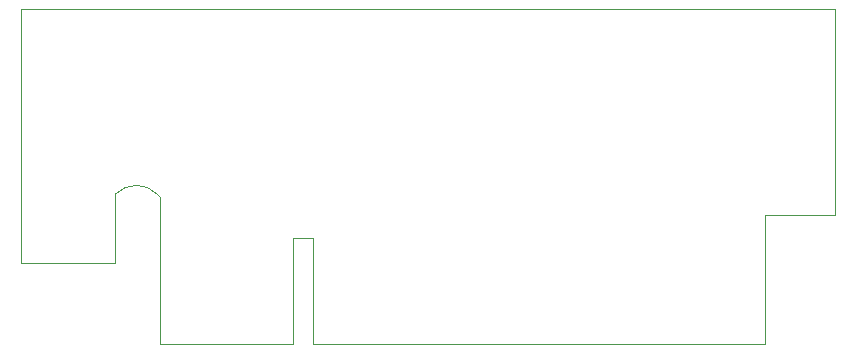
<source format=gm1>
G04 #@! TF.FileFunction,Profile,NP*
%FSLAX46Y46*%
G04 Gerber Fmt 4.6, Leading zero omitted, Abs format (unit mm)*
G04 Created by KiCad (PCBNEW 4.0.2+e4-6225~38~ubuntu14.04.1-stable) date Mon Aug  1 23:16:18 2016*
%MOMM*%
G01*
G04 APERTURE LIST*
%ADD10C,0.350000*%
%ADD11C,0.100000*%
G04 APERTURE END LIST*
D10*
D11*
X174000000Y-175677360D02*
X173750000Y-175427360D01*
X174000000Y-175720060D02*
X174000000Y-188150000D01*
X185250000Y-179150000D02*
X185250000Y-188150000D01*
X162250000Y-159804100D02*
X162250000Y-181250000D01*
X170225720Y-175488600D02*
X170225720Y-181250000D01*
X170172380Y-181250000D02*
X162250000Y-181250000D01*
X225247200Y-177250000D02*
X231165400Y-177250000D01*
X231162860Y-159804100D02*
X162250000Y-159804100D01*
X231165400Y-177241200D02*
X231165400Y-159806640D01*
X225250000Y-177250000D02*
X225250000Y-177500000D01*
X185250000Y-188150000D02*
X174000000Y-188150000D01*
X187000000Y-179150000D02*
X185250000Y-179150000D01*
X187000000Y-188150000D02*
X187000000Y-179150000D01*
X225250000Y-188150000D02*
X187000000Y-188150000D01*
X225250000Y-177250000D02*
X225250000Y-188150000D01*
X173795515Y-175473408D02*
G75*
G03X170265240Y-175442600I-1780275J-1719192D01*
G01*
M02*

</source>
